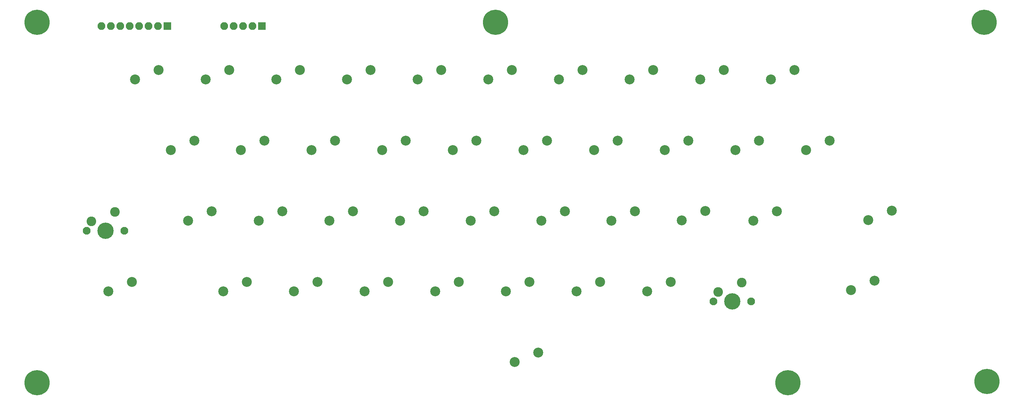
<source format=gbr>
G04 #@! TF.GenerationSoftware,KiCad,Pcbnew,(5.1.5)-3*
G04 #@! TF.CreationDate,2021-02-13T23:02:18-06:00*
G04 #@! TF.ProjectId,SinclairSpectrumKeyboard,53696e63-6c61-4697-9253-706563747275,rev?*
G04 #@! TF.SameCoordinates,Original*
G04 #@! TF.FileFunction,Soldermask,Bot*
G04 #@! TF.FilePolarity,Negative*
%FSLAX46Y46*%
G04 Gerber Fmt 4.6, Leading zero omitted, Abs format (unit mm)*
G04 Created by KiCad (PCBNEW (5.1.5)-3) date 2021-02-13 23:02:18*
%MOMM*%
%LPD*%
G04 APERTURE LIST*
%ADD10C,2.100000*%
%ADD11C,4.400000*%
%ADD12C,2.600000*%
%ADD13O,2.100000X2.100000*%
%ADD14R,2.100000X2.100000*%
%ADD15C,6.800000*%
%ADD16C,2.686000*%
G04 APERTURE END LIST*
D10*
X234040000Y-181730000D03*
X223880000Y-181730000D03*
D11*
X228960000Y-181730000D03*
D12*
X225150000Y-179190000D03*
X231500000Y-176650000D03*
D10*
X65040000Y-162680000D03*
X54880000Y-162680000D03*
D11*
X59960000Y-162680000D03*
D12*
X56150000Y-160140000D03*
X62500000Y-157600000D03*
D13*
X92040000Y-107500000D03*
X94580000Y-107500000D03*
X97120000Y-107500000D03*
X99660000Y-107500000D03*
D14*
X102200000Y-107500000D03*
D13*
X58920000Y-107500000D03*
X61460000Y-107500000D03*
X64000000Y-107500000D03*
X66540000Y-107500000D03*
X69080000Y-107500000D03*
X71620000Y-107500000D03*
X74160000Y-107500000D03*
D14*
X76700000Y-107500000D03*
D15*
X165200000Y-106500000D03*
X41529000Y-203708000D03*
X297700000Y-203400000D03*
X41529000Y-106500000D03*
X243967000Y-203708000D03*
X296900000Y-106500000D03*
D16*
X245745000Y-119380000D03*
X239395000Y-121920000D03*
X74295000Y-119380000D03*
X67945000Y-121920000D03*
X93345000Y-119380000D03*
X86995000Y-121920000D03*
X112395000Y-119380000D03*
X106045000Y-121920000D03*
X131445000Y-119380000D03*
X125095000Y-121920000D03*
X150495000Y-119380000D03*
X144145000Y-121920000D03*
X169545000Y-119380000D03*
X163195000Y-121920000D03*
X188595000Y-119380000D03*
X182245000Y-121920000D03*
X207645000Y-119380000D03*
X201295000Y-121920000D03*
X226695000Y-119380000D03*
X220345000Y-121920000D03*
X88582500Y-157480000D03*
X82232500Y-160020000D03*
X174308000Y-176530000D03*
X167958000Y-179070000D03*
X136208000Y-176530000D03*
X129858000Y-179070000D03*
X126682000Y-157480000D03*
X120332000Y-160020000D03*
X121920000Y-138430000D03*
X115570000Y-140970000D03*
X145732000Y-157480000D03*
X139382000Y-160020000D03*
X164782000Y-157480000D03*
X158432000Y-160020000D03*
X183832000Y-157480000D03*
X177482000Y-160020000D03*
X217170000Y-138430000D03*
X210820000Y-140970000D03*
X221740000Y-157420000D03*
X215390000Y-159960000D03*
X202740000Y-157480000D03*
X196390000Y-160020000D03*
X240982000Y-157480000D03*
X234632000Y-160020000D03*
X212408000Y-176530000D03*
X206058000Y-179070000D03*
X193358000Y-176530000D03*
X187008000Y-179070000D03*
X236220000Y-138430000D03*
X229870000Y-140970000D03*
X255270000Y-138430000D03*
X248920000Y-140970000D03*
X83940000Y-138420000D03*
X77590000Y-140960000D03*
X140970000Y-138430000D03*
X134620000Y-140970000D03*
X107632000Y-157480000D03*
X101282000Y-160020000D03*
X160020000Y-138430000D03*
X153670000Y-140970000D03*
X198120000Y-138430000D03*
X191770000Y-140970000D03*
X155258000Y-176530000D03*
X148908000Y-179070000D03*
X102870000Y-138430000D03*
X96520000Y-140970000D03*
X117158000Y-176530000D03*
X110808000Y-179070000D03*
X179070000Y-138430000D03*
X172720000Y-140970000D03*
X98107500Y-176530000D03*
X91757500Y-179070000D03*
X67151200Y-176530000D03*
X60801200Y-179070000D03*
X265690000Y-159860000D03*
X272040000Y-157320000D03*
X176689000Y-195580000D03*
X170339000Y-198120000D03*
X267340000Y-176220000D03*
X260990000Y-178760000D03*
M02*

</source>
